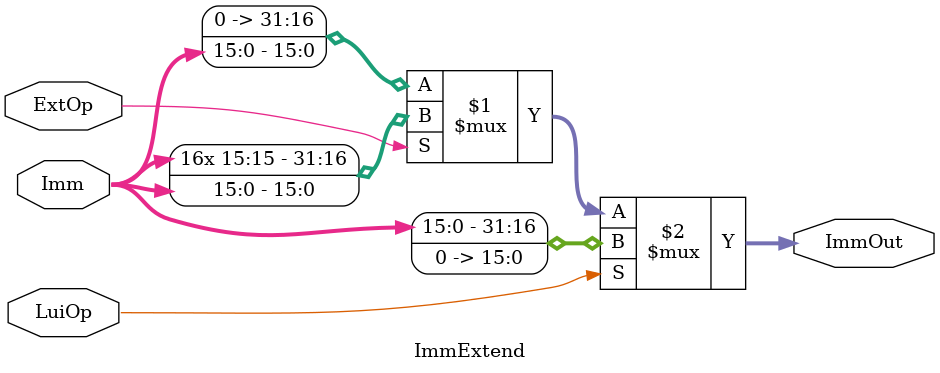
<source format=v>
module ImmExtend(Imm, ExtOp, LuiOp, ImmOut);
    input [15:0] Imm;
    input ExtOp, LuiOp;
    output [31:0] ImmOut;

    assign ImmOut = LuiOp ? {Imm,16'h0}:
                    ExtOp ? {{16{Imm[15]}},Imm}:{16'h0,Imm};

endmodule
</source>
